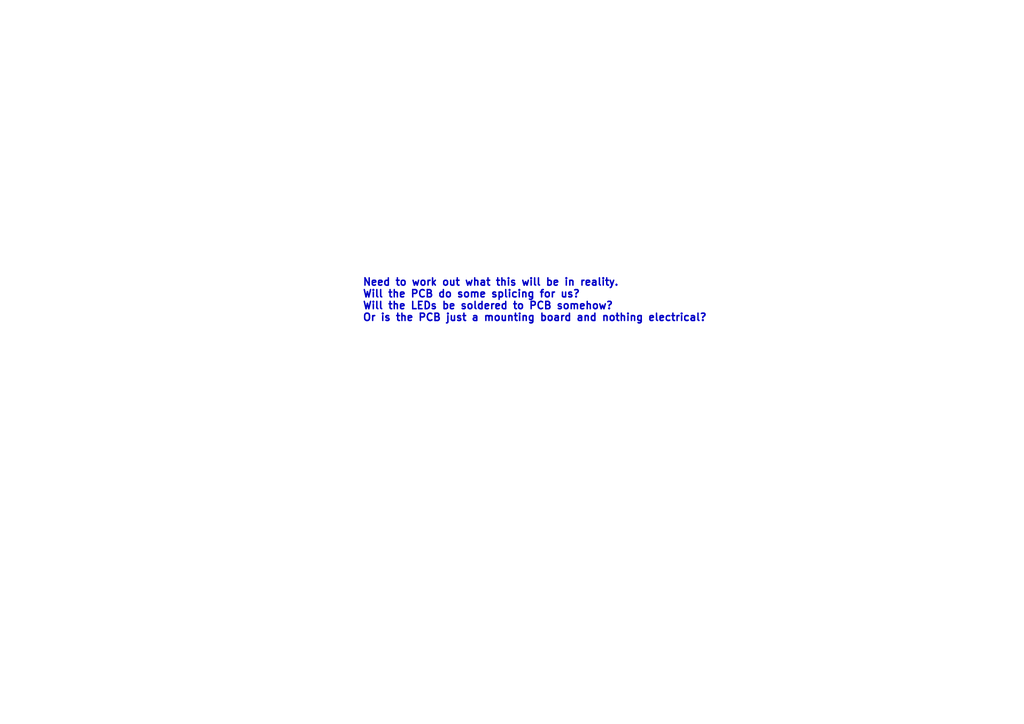
<source format=kicad_sch>
(kicad_sch (version 20230121) (generator eeschema)
  (paper "A3")
  (lib_symbols)
  (text "Need to work out what this will be in reality.\nWill the PCB do some splicing for us?\nWill the LEDs be soldered to PCB somehow?\nOr is the PCB just a mounting board and nothing electrical?" (at 148.59 132.08 0) (effects (font (size 3 3) bold) (justify left bottom)))
)
</source>
